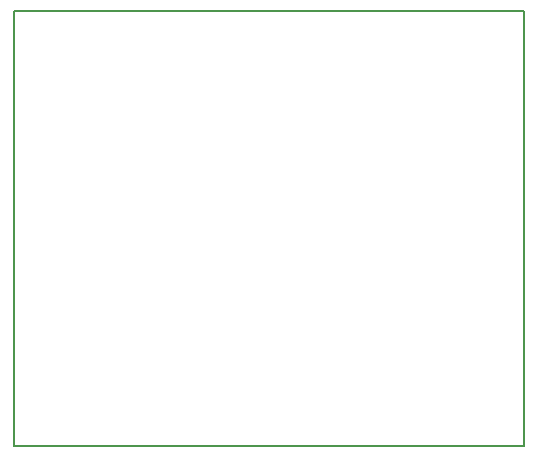
<source format=gko>
G04 DipTrace 2.4.0.2*
%INBoardOutline.gko*%
%MOIN*%
%ADD11C,0.006*%
%FSLAX44Y44*%
G04*
G70*
G90*
G75*
G01*
%LNBoardOutline*%
%LPD*%
X3940Y3940D2*
D11*
X20940D1*
Y18440D1*
X3940D1*
Y16940D1*
Y3940D1*
M02*

</source>
